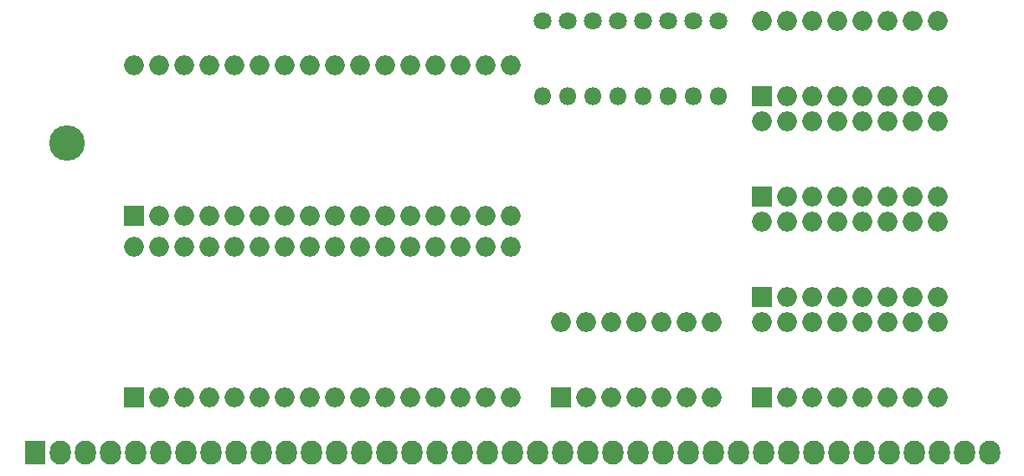
<source format=gbs>
G04 #@! TF.GenerationSoftware,KiCad,Pcbnew,(5.1.6)-1*
G04 #@! TF.CreationDate,2021-02-24T01:51:28-05:00*
G04 #@! TF.ProjectId,512x512,35313278-3531-4322-9e6b-696361645f70,rev?*
G04 #@! TF.SameCoordinates,Original*
G04 #@! TF.FileFunction,Soldermask,Bot*
G04 #@! TF.FilePolarity,Negative*
%FSLAX46Y46*%
G04 Gerber Fmt 4.6, Leading zero omitted, Abs format (unit mm)*
G04 Created by KiCad (PCBNEW (5.1.6)-1) date 2021-02-24 01:51:28*
%MOMM*%
%LPD*%
G01*
G04 APERTURE LIST*
%ADD10O,2.000000X2.000000*%
%ADD11R,2.000000X2.000000*%
%ADD12R,2.127200X2.432000*%
%ADD13O,2.127200X2.432000*%
%ADD14C,3.600000*%
%ADD15O,1.800000X1.800000*%
%ADD16C,1.800000*%
G04 APERTURE END LIST*
D10*
X229235000Y-107950000D03*
X247015000Y-115570000D03*
X231775000Y-107950000D03*
X244475000Y-115570000D03*
X234315000Y-107950000D03*
X241935000Y-115570000D03*
X236855000Y-107950000D03*
X239395000Y-115570000D03*
X239395000Y-107950000D03*
X236855000Y-115570000D03*
X241935000Y-107950000D03*
X234315000Y-115570000D03*
X244475000Y-107950000D03*
X231775000Y-115570000D03*
X247015000Y-107950000D03*
D11*
X229235000Y-115570000D03*
X229235000Y-125730000D03*
D10*
X247015000Y-118110000D03*
X231775000Y-125730000D03*
X244475000Y-118110000D03*
X234315000Y-125730000D03*
X241935000Y-118110000D03*
X236855000Y-125730000D03*
X239395000Y-118110000D03*
X239395000Y-125730000D03*
X236855000Y-118110000D03*
X241935000Y-125730000D03*
X234315000Y-118110000D03*
X244475000Y-125730000D03*
X231775000Y-118110000D03*
X247015000Y-125730000D03*
X229235000Y-118110000D03*
D11*
X229235000Y-135890000D03*
D10*
X247015000Y-128270000D03*
X231775000Y-135890000D03*
X244475000Y-128270000D03*
X234315000Y-135890000D03*
X241935000Y-128270000D03*
X236855000Y-135890000D03*
X239395000Y-128270000D03*
X239395000Y-135890000D03*
X236855000Y-128270000D03*
X241935000Y-135890000D03*
X234315000Y-128270000D03*
X244475000Y-135890000D03*
X231775000Y-128270000D03*
X247015000Y-135890000D03*
X229235000Y-128270000D03*
D12*
X155702000Y-151612600D03*
D13*
X158242000Y-151612600D03*
X160782000Y-151612600D03*
X163322000Y-151612600D03*
X165862000Y-151612600D03*
X168402000Y-151612600D03*
X170942000Y-151612600D03*
X173482000Y-151612600D03*
X176022000Y-151612600D03*
X178562000Y-151612600D03*
X181102000Y-151612600D03*
X183642000Y-151612600D03*
X186182000Y-151612600D03*
X188722000Y-151612600D03*
X191262000Y-151612600D03*
X193802000Y-151612600D03*
X196342000Y-151612600D03*
X198882000Y-151612600D03*
X201422000Y-151612600D03*
X203962000Y-151612600D03*
X206502000Y-151612600D03*
X209042000Y-151612600D03*
X211582000Y-151612600D03*
X214122000Y-151612600D03*
X216662000Y-151612600D03*
X219202000Y-151612600D03*
X221742000Y-151612600D03*
X224282000Y-151612600D03*
X226822000Y-151612600D03*
X229362000Y-151612600D03*
X231902000Y-151612600D03*
X234442000Y-151612600D03*
X236982000Y-151612600D03*
X239522000Y-151612600D03*
X242062000Y-151612600D03*
X244602000Y-151612600D03*
X247142000Y-151612600D03*
X249682000Y-151612600D03*
X252222000Y-151612600D03*
D14*
X158927800Y-120243600D03*
D15*
X224790000Y-115570000D03*
D16*
X224790000Y-107950000D03*
X222250000Y-107950000D03*
D15*
X222250000Y-115570000D03*
X219710000Y-115570000D03*
D16*
X219710000Y-107950000D03*
X217170000Y-107950000D03*
D15*
X217170000Y-115570000D03*
X214630000Y-115570000D03*
D16*
X214630000Y-107950000D03*
X212090000Y-107950000D03*
D15*
X212090000Y-115570000D03*
X209550000Y-115570000D03*
D16*
X209550000Y-107950000D03*
X207010000Y-107950000D03*
D15*
X207010000Y-115570000D03*
D11*
X165735000Y-146050000D03*
D10*
X203835000Y-130810000D03*
X168275000Y-146050000D03*
X201295000Y-130810000D03*
X170815000Y-146050000D03*
X198755000Y-130810000D03*
X173355000Y-146050000D03*
X196215000Y-130810000D03*
X175895000Y-146050000D03*
X193675000Y-130810000D03*
X178435000Y-146050000D03*
X191135000Y-130810000D03*
X180975000Y-146050000D03*
X188595000Y-130810000D03*
X183515000Y-146050000D03*
X186055000Y-130810000D03*
X186055000Y-146050000D03*
X183515000Y-130810000D03*
X188595000Y-146050000D03*
X180975000Y-130810000D03*
X191135000Y-146050000D03*
X178435000Y-130810000D03*
X193675000Y-146050000D03*
X175895000Y-130810000D03*
X196215000Y-146050000D03*
X173355000Y-130810000D03*
X198755000Y-146050000D03*
X170815000Y-130810000D03*
X201295000Y-146050000D03*
X168275000Y-130810000D03*
X203835000Y-146050000D03*
X165735000Y-130810000D03*
X165735000Y-112395000D03*
X203835000Y-127635000D03*
X168275000Y-112395000D03*
X201295000Y-127635000D03*
X170815000Y-112395000D03*
X198755000Y-127635000D03*
X173355000Y-112395000D03*
X196215000Y-127635000D03*
X175895000Y-112395000D03*
X193675000Y-127635000D03*
X178435000Y-112395000D03*
X191135000Y-127635000D03*
X180975000Y-112395000D03*
X188595000Y-127635000D03*
X183515000Y-112395000D03*
X186055000Y-127635000D03*
X186055000Y-112395000D03*
X183515000Y-127635000D03*
X188595000Y-112395000D03*
X180975000Y-127635000D03*
X191135000Y-112395000D03*
X178435000Y-127635000D03*
X193675000Y-112395000D03*
X175895000Y-127635000D03*
X196215000Y-112395000D03*
X173355000Y-127635000D03*
X198755000Y-112395000D03*
X170815000Y-127635000D03*
X201295000Y-112395000D03*
X168275000Y-127635000D03*
X203835000Y-112395000D03*
D11*
X165735000Y-127635000D03*
D10*
X229235000Y-138430000D03*
X247015000Y-146050000D03*
X231775000Y-138430000D03*
X244475000Y-146050000D03*
X234315000Y-138430000D03*
X241935000Y-146050000D03*
X236855000Y-138430000D03*
X239395000Y-146050000D03*
X239395000Y-138430000D03*
X236855000Y-146050000D03*
X241935000Y-138430000D03*
X234315000Y-146050000D03*
X244475000Y-138430000D03*
X231775000Y-146050000D03*
X247015000Y-138430000D03*
D11*
X229235000Y-146050000D03*
X208915000Y-146050000D03*
D10*
X224155000Y-138430000D03*
X211455000Y-146050000D03*
X221615000Y-138430000D03*
X213995000Y-146050000D03*
X219075000Y-138430000D03*
X216535000Y-146050000D03*
X216535000Y-138430000D03*
X219075000Y-146050000D03*
X213995000Y-138430000D03*
X221615000Y-146050000D03*
X211455000Y-138430000D03*
X224155000Y-146050000D03*
X208915000Y-138430000D03*
M02*

</source>
